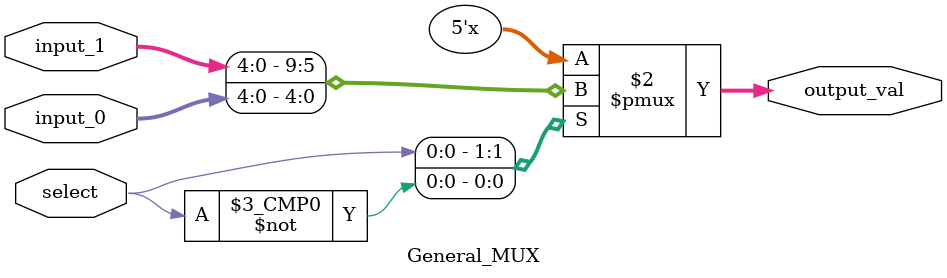
<source format=v>
module General_MUX
	#( parameter WIDTH = 5)
	(
	input wire [WIDTH-1:0] input_0,	//input 0, instruction[20-16]
	input wire [WIDTH-1:0] input_1,	//input 1, instruction[15-11]
	input wire select,
	output reg [WIDTH-1:0] output_val
);
always @ (select) begin
	case (select)
		1 : output_val <= input_1;	//True means R-type instruction, so select input 1
		0 : output_val <= input_0;	//False means LD/ST or branch, so select input 0
		default : output_val <= input_1;	//Default assumes input 1
	endcase
	
end 
	
endmodule
</source>
